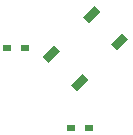
<source format=gtp>
%TF.GenerationSoftware,KiCad,Pcbnew,5.0.0-fee4fd1~66~ubuntu16.04.1*%
%TF.CreationDate,2018-09-24T22:02:00-07:00*%
%TF.ProjectId,2x2-LED-RGB-NeoPixel-SMT,3278322D4C45442D5247422D4E656F50,v1.1*%
%TF.SameCoordinates,Original*%
%TF.FileFunction,Paste,Top*%
%TF.FilePolarity,Positive*%
%FSLAX46Y46*%
G04 Gerber Fmt 4.6, Leading zero omitted, Abs format (unit mm)*
G04 Created by KiCad (PCBNEW 5.0.0-fee4fd1~66~ubuntu16.04.1) date Mon Sep 24 22:02:00 2018*
%MOMM*%
%LPD*%
G01*
G04 APERTURE LIST*
%ADD10R,0.647600X0.597600*%
%ADD11C,0.736600*%
%ADD12C,0.350000*%
G04 APERTURE END LIST*
D10*
X12324000Y-54810000D03*
X13824000Y-54810000D03*
D11*
X14080730Y-45158942D03*
D12*
G36*
X14296256Y-44422561D02*
X14817111Y-44943416D01*
X13865204Y-45895323D01*
X13344349Y-45374468D01*
X14296256Y-44422561D01*
X14296256Y-44422561D01*
G37*
D11*
X16415596Y-47493808D03*
D12*
G36*
X16631122Y-46757427D02*
X17151977Y-47278282D01*
X16200070Y-48230189D01*
X15679215Y-47709334D01*
X16631122Y-46757427D01*
X16631122Y-46757427D01*
G37*
D11*
X13073954Y-50925584D03*
D12*
G36*
X13289480Y-50189203D02*
X13810335Y-50710058D01*
X12858428Y-51661965D01*
X12337573Y-51141110D01*
X13289480Y-50189203D01*
X13289480Y-50189203D01*
G37*
D11*
X10673954Y-48525584D03*
D12*
G36*
X10889480Y-47789203D02*
X11410335Y-48310058D01*
X10458428Y-49261965D01*
X9937573Y-48741110D01*
X10889480Y-47789203D01*
X10889480Y-47789203D01*
G37*
D10*
X6898954Y-48050584D03*
X8398954Y-48050584D03*
M02*

</source>
